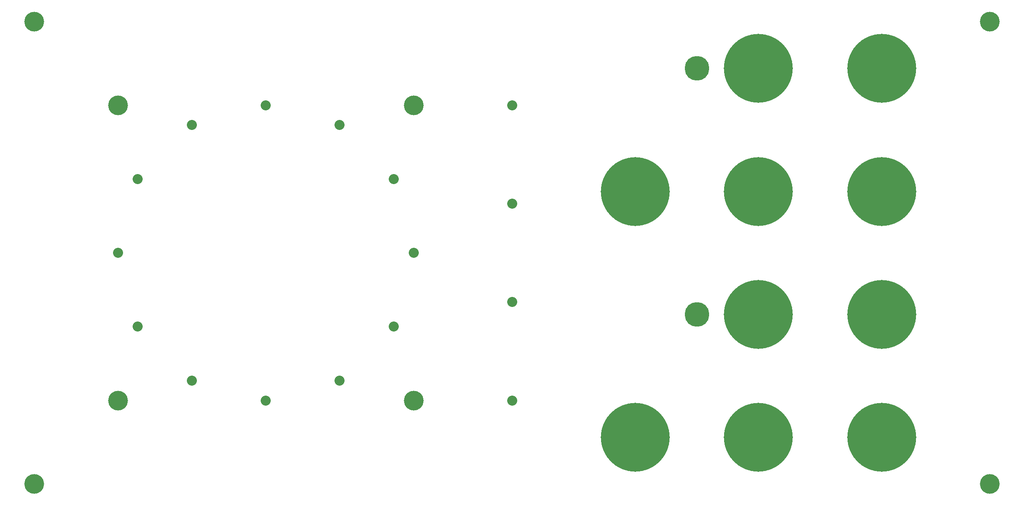
<source format=gbr>
G04 #@! TF.GenerationSoftware,KiCad,Pcbnew,(6.0.5)*
G04 #@! TF.CreationDate,2022-07-13T23:11:19-05:00*
G04 #@! TF.ProjectId,QuantizerPanel,5175616e-7469-47a6-9572-50616e656c2e,rev?*
G04 #@! TF.SameCoordinates,Original*
G04 #@! TF.FileFunction,Soldermask,Top*
G04 #@! TF.FilePolarity,Negative*
%FSLAX46Y46*%
G04 Gerber Fmt 4.6, Leading zero omitted, Abs format (unit mm)*
G04 Created by KiCad (PCBNEW (6.0.5)) date 2022-07-13 23:11:19*
%MOMM*%
%LPD*%
G01*
G04 APERTURE LIST*
%ADD10C,4.000000*%
%ADD11C,14.000000*%
%ADD12C,2.032000*%
%ADD13C,5.000000*%
G04 APERTURE END LIST*
D10*
G04 #@! TO.C,H14*
X53000000Y-53000000D03*
G04 #@! TD*
D11*
G04 #@! TO.C,H5*
X225000000Y-62500000D03*
G04 #@! TD*
G04 #@! TO.C,H6*
X200000000Y-87500000D03*
G04 #@! TD*
D12*
G04 #@! TO.C,H24*
X115000000Y-126000000D03*
G04 #@! TD*
G04 #@! TO.C,H29*
X85000000Y-126000000D03*
G04 #@! TD*
G04 #@! TO.C,H30*
X70000000Y-100000000D03*
G04 #@! TD*
D10*
G04 #@! TO.C,H19*
X53000000Y-147000000D03*
G04 #@! TD*
D11*
G04 #@! TO.C,H11*
X225000000Y-87500000D03*
G04 #@! TD*
G04 #@! TO.C,H3*
X200000000Y-137500000D03*
G04 #@! TD*
D12*
G04 #@! TO.C,H22*
X150000000Y-70000000D03*
G04 #@! TD*
G04 #@! TO.C,H34*
X126000000Y-115000000D03*
G04 #@! TD*
G04 #@! TO.C,H23*
X130000000Y-100000000D03*
G04 #@! TD*
D11*
G04 #@! TO.C,H16*
X175000000Y-137500000D03*
G04 #@! TD*
D12*
G04 #@! TO.C,H36*
X100000000Y-130000000D03*
G04 #@! TD*
G04 #@! TO.C,H25*
X100000000Y-70000000D03*
G04 #@! TD*
G04 #@! TO.C,H32*
X150000000Y-130000000D03*
G04 #@! TD*
D10*
G04 #@! TO.C,H20*
X247000000Y-53000000D03*
G04 #@! TD*
G04 #@! TO.C,H15*
X70000000Y-70000000D03*
G04 #@! TD*
D11*
G04 #@! TO.C,H7*
X200000000Y-112500000D03*
G04 #@! TD*
D10*
G04 #@! TO.C,H8*
X70000000Y-130000000D03*
G04 #@! TD*
D13*
G04 #@! TO.C,H17*
X187500000Y-62500000D03*
G04 #@! TD*
D11*
G04 #@! TO.C,H4*
X200000000Y-62500000D03*
G04 #@! TD*
D10*
G04 #@! TO.C,H1*
X130000000Y-130000000D03*
G04 #@! TD*
D13*
G04 #@! TO.C,H10*
X187500000Y-112500000D03*
G04 #@! TD*
D10*
G04 #@! TO.C,H9*
X247000000Y-147000000D03*
G04 #@! TD*
D11*
G04 #@! TO.C,H12*
X225000000Y-137500000D03*
G04 #@! TD*
D12*
G04 #@! TO.C,H27*
X115000000Y-74000000D03*
G04 #@! TD*
D10*
G04 #@! TO.C,H2*
X130000000Y-70000000D03*
G04 #@! TD*
D12*
G04 #@! TO.C,H31*
X74000000Y-115000000D03*
G04 #@! TD*
G04 #@! TO.C,H33*
X150000000Y-90000000D03*
G04 #@! TD*
G04 #@! TO.C,H26*
X85000000Y-74000000D03*
G04 #@! TD*
G04 #@! TO.C,H21*
X126000000Y-85000000D03*
G04 #@! TD*
G04 #@! TO.C,H35*
X150000000Y-110000000D03*
G04 #@! TD*
D11*
G04 #@! TO.C,H18*
X175000000Y-87500000D03*
G04 #@! TD*
G04 #@! TO.C,H13*
X225000000Y-112500000D03*
G04 #@! TD*
D12*
G04 #@! TO.C,H28*
X74000000Y-85000000D03*
G04 #@! TD*
M02*

</source>
